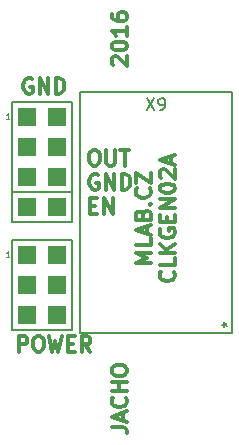
<source format=gbr>
%TF.GenerationSoftware,KiCad,Pcbnew,7.0.7-7.0.7~ubuntu23.04.1*%
%TF.CreationDate,2023-09-17T08:07:36+00:00*%
%TF.ProjectId,CLKGEN02,434c4b47-454e-4303-922e-6b696361645f,rev?*%
%TF.SameCoordinates,Original*%
%TF.FileFunction,Legend,Top*%
%TF.FilePolarity,Positive*%
%FSLAX46Y46*%
G04 Gerber Fmt 4.6, Leading zero omitted, Abs format (unit mm)*
G04 Created by KiCad (PCBNEW 7.0.7-7.0.7~ubuntu23.04.1) date 2023-09-17 08:07:36*
%MOMM*%
%LPD*%
G01*
G04 APERTURE LIST*
%ADD10C,0.300000*%
%ADD11C,0.050000*%
%ADD12C,0.150000*%
%ADD13R,1.524000X1.524000*%
G04 APERTURE END LIST*
D10*
X1569619Y9066195D02*
X1569619Y10366195D01*
X1569619Y10366195D02*
X2064857Y10366195D01*
X2064857Y10366195D02*
X2188667Y10304290D01*
X2188667Y10304290D02*
X2250572Y10242385D01*
X2250572Y10242385D02*
X2312476Y10118576D01*
X2312476Y10118576D02*
X2312476Y9932861D01*
X2312476Y9932861D02*
X2250572Y9809052D01*
X2250572Y9809052D02*
X2188667Y9747147D01*
X2188667Y9747147D02*
X2064857Y9685242D01*
X2064857Y9685242D02*
X1569619Y9685242D01*
X3117238Y10366195D02*
X3364857Y10366195D01*
X3364857Y10366195D02*
X3488667Y10304290D01*
X3488667Y10304290D02*
X3612476Y10180480D01*
X3612476Y10180480D02*
X3674381Y9932861D01*
X3674381Y9932861D02*
X3674381Y9499528D01*
X3674381Y9499528D02*
X3612476Y9251909D01*
X3612476Y9251909D02*
X3488667Y9128100D01*
X3488667Y9128100D02*
X3364857Y9066195D01*
X3364857Y9066195D02*
X3117238Y9066195D01*
X3117238Y9066195D02*
X2993429Y9128100D01*
X2993429Y9128100D02*
X2869619Y9251909D01*
X2869619Y9251909D02*
X2807715Y9499528D01*
X2807715Y9499528D02*
X2807715Y9932861D01*
X2807715Y9932861D02*
X2869619Y10180480D01*
X2869619Y10180480D02*
X2993429Y10304290D01*
X2993429Y10304290D02*
X3117238Y10366195D01*
X4107715Y10366195D02*
X4417239Y9066195D01*
X4417239Y9066195D02*
X4664858Y9994766D01*
X4664858Y9994766D02*
X4912477Y9066195D01*
X4912477Y9066195D02*
X5222001Y10366195D01*
X5717238Y9747147D02*
X6150572Y9747147D01*
X6336286Y9066195D02*
X5717238Y9066195D01*
X5717238Y9066195D02*
X5717238Y10366195D01*
X5717238Y10366195D02*
X6336286Y10366195D01*
X7636285Y9066195D02*
X7202952Y9685242D01*
X6893428Y9066195D02*
X6893428Y10366195D01*
X6893428Y10366195D02*
X7388666Y10366195D01*
X7388666Y10366195D02*
X7512476Y10304290D01*
X7512476Y10304290D02*
X7574381Y10242385D01*
X7574381Y10242385D02*
X7636285Y10118576D01*
X7636285Y10118576D02*
X7636285Y9932861D01*
X7636285Y9932861D02*
X7574381Y9809052D01*
X7574381Y9809052D02*
X7512476Y9747147D01*
X7512476Y9747147D02*
X7388666Y9685242D01*
X7388666Y9685242D02*
X6893428Y9685242D01*
X14685995Y15831904D02*
X14747900Y15770000D01*
X14747900Y15770000D02*
X14809804Y15584285D01*
X14809804Y15584285D02*
X14809804Y15460476D01*
X14809804Y15460476D02*
X14747900Y15274762D01*
X14747900Y15274762D02*
X14624090Y15150952D01*
X14624090Y15150952D02*
X14500280Y15089047D01*
X14500280Y15089047D02*
X14252661Y15027143D01*
X14252661Y15027143D02*
X14066947Y15027143D01*
X14066947Y15027143D02*
X13819328Y15089047D01*
X13819328Y15089047D02*
X13695519Y15150952D01*
X13695519Y15150952D02*
X13571709Y15274762D01*
X13571709Y15274762D02*
X13509804Y15460476D01*
X13509804Y15460476D02*
X13509804Y15584285D01*
X13509804Y15584285D02*
X13571709Y15770000D01*
X13571709Y15770000D02*
X13633614Y15831904D01*
X14809804Y17008095D02*
X14809804Y16389047D01*
X14809804Y16389047D02*
X13509804Y16389047D01*
X14809804Y17441428D02*
X13509804Y17441428D01*
X14809804Y18184285D02*
X14066947Y17627143D01*
X13509804Y18184285D02*
X14252661Y17441428D01*
X13571709Y19422381D02*
X13509804Y19298571D01*
X13509804Y19298571D02*
X13509804Y19112857D01*
X13509804Y19112857D02*
X13571709Y18927143D01*
X13571709Y18927143D02*
X13695519Y18803333D01*
X13695519Y18803333D02*
X13819328Y18741428D01*
X13819328Y18741428D02*
X14066947Y18679524D01*
X14066947Y18679524D02*
X14252661Y18679524D01*
X14252661Y18679524D02*
X14500280Y18741428D01*
X14500280Y18741428D02*
X14624090Y18803333D01*
X14624090Y18803333D02*
X14747900Y18927143D01*
X14747900Y18927143D02*
X14809804Y19112857D01*
X14809804Y19112857D02*
X14809804Y19236666D01*
X14809804Y19236666D02*
X14747900Y19422381D01*
X14747900Y19422381D02*
X14685995Y19484285D01*
X14685995Y19484285D02*
X14252661Y19484285D01*
X14252661Y19484285D02*
X14252661Y19236666D01*
X14128852Y20041428D02*
X14128852Y20474762D01*
X14809804Y20660476D02*
X14809804Y20041428D01*
X14809804Y20041428D02*
X13509804Y20041428D01*
X13509804Y20041428D02*
X13509804Y20660476D01*
X14809804Y21217618D02*
X13509804Y21217618D01*
X13509804Y21217618D02*
X14809804Y21960475D01*
X14809804Y21960475D02*
X13509804Y21960475D01*
X13509804Y22827142D02*
X13509804Y22950952D01*
X13509804Y22950952D02*
X13571709Y23074761D01*
X13571709Y23074761D02*
X13633614Y23136666D01*
X13633614Y23136666D02*
X13757423Y23198571D01*
X13757423Y23198571D02*
X14005042Y23260476D01*
X14005042Y23260476D02*
X14314566Y23260476D01*
X14314566Y23260476D02*
X14562185Y23198571D01*
X14562185Y23198571D02*
X14685995Y23136666D01*
X14685995Y23136666D02*
X14747900Y23074761D01*
X14747900Y23074761D02*
X14809804Y22950952D01*
X14809804Y22950952D02*
X14809804Y22827142D01*
X14809804Y22827142D02*
X14747900Y22703333D01*
X14747900Y22703333D02*
X14685995Y22641428D01*
X14685995Y22641428D02*
X14562185Y22579523D01*
X14562185Y22579523D02*
X14314566Y22517619D01*
X14314566Y22517619D02*
X14005042Y22517619D01*
X14005042Y22517619D02*
X13757423Y22579523D01*
X13757423Y22579523D02*
X13633614Y22641428D01*
X13633614Y22641428D02*
X13571709Y22703333D01*
X13571709Y22703333D02*
X13509804Y22827142D01*
X13633614Y23755714D02*
X13571709Y23817618D01*
X13571709Y23817618D02*
X13509804Y23941428D01*
X13509804Y23941428D02*
X13509804Y24250952D01*
X13509804Y24250952D02*
X13571709Y24374761D01*
X13571709Y24374761D02*
X13633614Y24436666D01*
X13633614Y24436666D02*
X13757423Y24498571D01*
X13757423Y24498571D02*
X13881233Y24498571D01*
X13881233Y24498571D02*
X14066947Y24436666D01*
X14066947Y24436666D02*
X14809804Y23693809D01*
X14809804Y23693809D02*
X14809804Y24498571D01*
X14438376Y24993809D02*
X14438376Y25612856D01*
X14809804Y24869999D02*
X13509804Y25303332D01*
X13509804Y25303332D02*
X14809804Y25736666D01*
X12777804Y16574761D02*
X11477804Y16574761D01*
X11477804Y16574761D02*
X12406376Y17008095D01*
X12406376Y17008095D02*
X11477804Y17441428D01*
X11477804Y17441428D02*
X12777804Y17441428D01*
X12777804Y18679523D02*
X12777804Y18060475D01*
X12777804Y18060475D02*
X11477804Y18060475D01*
X12406376Y19050952D02*
X12406376Y19669999D01*
X12777804Y18927142D02*
X11477804Y19360475D01*
X11477804Y19360475D02*
X12777804Y19793809D01*
X12096852Y20660476D02*
X12158757Y20846190D01*
X12158757Y20846190D02*
X12220661Y20908095D01*
X12220661Y20908095D02*
X12344471Y20969999D01*
X12344471Y20969999D02*
X12530185Y20969999D01*
X12530185Y20969999D02*
X12653995Y20908095D01*
X12653995Y20908095D02*
X12715900Y20846190D01*
X12715900Y20846190D02*
X12777804Y20722380D01*
X12777804Y20722380D02*
X12777804Y20227142D01*
X12777804Y20227142D02*
X11477804Y20227142D01*
X11477804Y20227142D02*
X11477804Y20660476D01*
X11477804Y20660476D02*
X11539709Y20784285D01*
X11539709Y20784285D02*
X11601614Y20846190D01*
X11601614Y20846190D02*
X11725423Y20908095D01*
X11725423Y20908095D02*
X11849233Y20908095D01*
X11849233Y20908095D02*
X11973042Y20846190D01*
X11973042Y20846190D02*
X12034947Y20784285D01*
X12034947Y20784285D02*
X12096852Y20660476D01*
X12096852Y20660476D02*
X12096852Y20227142D01*
X12653995Y21527142D02*
X12715900Y21589047D01*
X12715900Y21589047D02*
X12777804Y21527142D01*
X12777804Y21527142D02*
X12715900Y21465238D01*
X12715900Y21465238D02*
X12653995Y21527142D01*
X12653995Y21527142D02*
X12777804Y21527142D01*
X12653995Y22889047D02*
X12715900Y22827143D01*
X12715900Y22827143D02*
X12777804Y22641428D01*
X12777804Y22641428D02*
X12777804Y22517619D01*
X12777804Y22517619D02*
X12715900Y22331905D01*
X12715900Y22331905D02*
X12592090Y22208095D01*
X12592090Y22208095D02*
X12468280Y22146190D01*
X12468280Y22146190D02*
X12220661Y22084286D01*
X12220661Y22084286D02*
X12034947Y22084286D01*
X12034947Y22084286D02*
X11787328Y22146190D01*
X11787328Y22146190D02*
X11663519Y22208095D01*
X11663519Y22208095D02*
X11539709Y22331905D01*
X11539709Y22331905D02*
X11477804Y22517619D01*
X11477804Y22517619D02*
X11477804Y22641428D01*
X11477804Y22641428D02*
X11539709Y22827143D01*
X11539709Y22827143D02*
X11601614Y22889047D01*
X11477804Y23322381D02*
X11477804Y24189047D01*
X11477804Y24189047D02*
X12777804Y23322381D01*
X12777804Y23322381D02*
X12777804Y24189047D01*
X7618891Y21431147D02*
X8052225Y21431147D01*
X8237939Y20750195D02*
X7618891Y20750195D01*
X7618891Y20750195D02*
X7618891Y22050195D01*
X7618891Y22050195D02*
X8237939Y22050195D01*
X8795081Y20750195D02*
X8795081Y22050195D01*
X8795081Y22050195D02*
X9537938Y20750195D01*
X9537938Y20750195D02*
X9537938Y22050195D01*
X7866510Y26114195D02*
X8114129Y26114195D01*
X8114129Y26114195D02*
X8237939Y26052290D01*
X8237939Y26052290D02*
X8361748Y25928480D01*
X8361748Y25928480D02*
X8423653Y25680861D01*
X8423653Y25680861D02*
X8423653Y25247528D01*
X8423653Y25247528D02*
X8361748Y24999909D01*
X8361748Y24999909D02*
X8237939Y24876100D01*
X8237939Y24876100D02*
X8114129Y24814195D01*
X8114129Y24814195D02*
X7866510Y24814195D01*
X7866510Y24814195D02*
X7742701Y24876100D01*
X7742701Y24876100D02*
X7618891Y24999909D01*
X7618891Y24999909D02*
X7556987Y25247528D01*
X7556987Y25247528D02*
X7556987Y25680861D01*
X7556987Y25680861D02*
X7618891Y25928480D01*
X7618891Y25928480D02*
X7742701Y26052290D01*
X7742701Y26052290D02*
X7866510Y26114195D01*
X8980796Y26114195D02*
X8980796Y25061814D01*
X8980796Y25061814D02*
X9042701Y24938004D01*
X9042701Y24938004D02*
X9104606Y24876100D01*
X9104606Y24876100D02*
X9228415Y24814195D01*
X9228415Y24814195D02*
X9476034Y24814195D01*
X9476034Y24814195D02*
X9599844Y24876100D01*
X9599844Y24876100D02*
X9661749Y24938004D01*
X9661749Y24938004D02*
X9723653Y25061814D01*
X9723653Y25061814D02*
X9723653Y26114195D01*
X10156987Y26114195D02*
X10899844Y26114195D01*
X10528416Y24814195D02*
X10528416Y26114195D01*
X9445804Y2696666D02*
X10374376Y2696666D01*
X10374376Y2696666D02*
X10560090Y2634761D01*
X10560090Y2634761D02*
X10683900Y2510952D01*
X10683900Y2510952D02*
X10745804Y2325237D01*
X10745804Y2325237D02*
X10745804Y2201428D01*
X10374376Y3253809D02*
X10374376Y3872856D01*
X10745804Y3129999D02*
X9445804Y3563332D01*
X9445804Y3563332D02*
X10745804Y3996666D01*
X10621995Y5172856D02*
X10683900Y5110952D01*
X10683900Y5110952D02*
X10745804Y4925237D01*
X10745804Y4925237D02*
X10745804Y4801428D01*
X10745804Y4801428D02*
X10683900Y4615714D01*
X10683900Y4615714D02*
X10560090Y4491904D01*
X10560090Y4491904D02*
X10436280Y4429999D01*
X10436280Y4429999D02*
X10188661Y4368095D01*
X10188661Y4368095D02*
X10002947Y4368095D01*
X10002947Y4368095D02*
X9755328Y4429999D01*
X9755328Y4429999D02*
X9631519Y4491904D01*
X9631519Y4491904D02*
X9507709Y4615714D01*
X9507709Y4615714D02*
X9445804Y4801428D01*
X9445804Y4801428D02*
X9445804Y4925237D01*
X9445804Y4925237D02*
X9507709Y5110952D01*
X9507709Y5110952D02*
X9569614Y5172856D01*
X10745804Y5729999D02*
X9445804Y5729999D01*
X10064852Y5729999D02*
X10064852Y6472856D01*
X10745804Y6472856D02*
X9445804Y6472856D01*
X9445804Y7339523D02*
X9445804Y7587142D01*
X9445804Y7587142D02*
X9507709Y7710952D01*
X9507709Y7710952D02*
X9631519Y7834761D01*
X9631519Y7834761D02*
X9879138Y7896666D01*
X9879138Y7896666D02*
X10312471Y7896666D01*
X10312471Y7896666D02*
X10560090Y7834761D01*
X10560090Y7834761D02*
X10683900Y7710952D01*
X10683900Y7710952D02*
X10745804Y7587142D01*
X10745804Y7587142D02*
X10745804Y7339523D01*
X10745804Y7339523D02*
X10683900Y7215714D01*
X10683900Y7215714D02*
X10560090Y7091904D01*
X10560090Y7091904D02*
X10312471Y7030000D01*
X10312471Y7030000D02*
X9879138Y7030000D01*
X9879138Y7030000D02*
X9631519Y7091904D01*
X9631519Y7091904D02*
X9507709Y7215714D01*
X9507709Y7215714D02*
X9445804Y7339523D01*
X8299844Y24020290D02*
X8176034Y24082195D01*
X8176034Y24082195D02*
X7990320Y24082195D01*
X7990320Y24082195D02*
X7804606Y24020290D01*
X7804606Y24020290D02*
X7680796Y23896480D01*
X7680796Y23896480D02*
X7618891Y23772671D01*
X7618891Y23772671D02*
X7556987Y23525052D01*
X7556987Y23525052D02*
X7556987Y23339338D01*
X7556987Y23339338D02*
X7618891Y23091719D01*
X7618891Y23091719D02*
X7680796Y22967909D01*
X7680796Y22967909D02*
X7804606Y22844100D01*
X7804606Y22844100D02*
X7990320Y22782195D01*
X7990320Y22782195D02*
X8114129Y22782195D01*
X8114129Y22782195D02*
X8299844Y22844100D01*
X8299844Y22844100D02*
X8361748Y22906004D01*
X8361748Y22906004D02*
X8361748Y23339338D01*
X8361748Y23339338D02*
X8114129Y23339338D01*
X8918891Y22782195D02*
X8918891Y24082195D01*
X8918891Y24082195D02*
X9661748Y22782195D01*
X9661748Y22782195D02*
X9661748Y24082195D01*
X10280796Y22782195D02*
X10280796Y24082195D01*
X10280796Y24082195D02*
X10590320Y24082195D01*
X10590320Y24082195D02*
X10776034Y24020290D01*
X10776034Y24020290D02*
X10899844Y23896480D01*
X10899844Y23896480D02*
X10961749Y23772671D01*
X10961749Y23772671D02*
X11023653Y23525052D01*
X11023653Y23525052D02*
X11023653Y23339338D01*
X11023653Y23339338D02*
X10961749Y23091719D01*
X10961749Y23091719D02*
X10899844Y22967909D01*
X10899844Y22967909D02*
X10776034Y22844100D01*
X10776034Y22844100D02*
X10590320Y22782195D01*
X10590320Y22782195D02*
X10280796Y22782195D01*
X9569614Y33331429D02*
X9507709Y33393333D01*
X9507709Y33393333D02*
X9445804Y33517143D01*
X9445804Y33517143D02*
X9445804Y33826667D01*
X9445804Y33826667D02*
X9507709Y33950476D01*
X9507709Y33950476D02*
X9569614Y34012381D01*
X9569614Y34012381D02*
X9693423Y34074286D01*
X9693423Y34074286D02*
X9817233Y34074286D01*
X9817233Y34074286D02*
X10002947Y34012381D01*
X10002947Y34012381D02*
X10745804Y33269524D01*
X10745804Y33269524D02*
X10745804Y34074286D01*
X9445804Y34879047D02*
X9445804Y35002857D01*
X9445804Y35002857D02*
X9507709Y35126666D01*
X9507709Y35126666D02*
X9569614Y35188571D01*
X9569614Y35188571D02*
X9693423Y35250476D01*
X9693423Y35250476D02*
X9941042Y35312381D01*
X9941042Y35312381D02*
X10250566Y35312381D01*
X10250566Y35312381D02*
X10498185Y35250476D01*
X10498185Y35250476D02*
X10621995Y35188571D01*
X10621995Y35188571D02*
X10683900Y35126666D01*
X10683900Y35126666D02*
X10745804Y35002857D01*
X10745804Y35002857D02*
X10745804Y34879047D01*
X10745804Y34879047D02*
X10683900Y34755238D01*
X10683900Y34755238D02*
X10621995Y34693333D01*
X10621995Y34693333D02*
X10498185Y34631428D01*
X10498185Y34631428D02*
X10250566Y34569524D01*
X10250566Y34569524D02*
X9941042Y34569524D01*
X9941042Y34569524D02*
X9693423Y34631428D01*
X9693423Y34631428D02*
X9569614Y34693333D01*
X9569614Y34693333D02*
X9507709Y34755238D01*
X9507709Y34755238D02*
X9445804Y34879047D01*
X10745804Y36550476D02*
X10745804Y35807619D01*
X10745804Y36179047D02*
X9445804Y36179047D01*
X9445804Y36179047D02*
X9631519Y36055238D01*
X9631519Y36055238D02*
X9755328Y35931428D01*
X9755328Y35931428D02*
X9817233Y35807619D01*
X9445804Y37664761D02*
X9445804Y37417142D01*
X9445804Y37417142D02*
X9507709Y37293333D01*
X9507709Y37293333D02*
X9569614Y37231428D01*
X9569614Y37231428D02*
X9755328Y37107618D01*
X9755328Y37107618D02*
X10002947Y37045714D01*
X10002947Y37045714D02*
X10498185Y37045714D01*
X10498185Y37045714D02*
X10621995Y37107618D01*
X10621995Y37107618D02*
X10683900Y37169523D01*
X10683900Y37169523D02*
X10745804Y37293333D01*
X10745804Y37293333D02*
X10745804Y37540952D01*
X10745804Y37540952D02*
X10683900Y37664761D01*
X10683900Y37664761D02*
X10621995Y37726666D01*
X10621995Y37726666D02*
X10498185Y37788571D01*
X10498185Y37788571D02*
X10188661Y37788571D01*
X10188661Y37788571D02*
X10064852Y37726666D01*
X10064852Y37726666D02*
X10002947Y37664761D01*
X10002947Y37664761D02*
X9941042Y37540952D01*
X9941042Y37540952D02*
X9941042Y37293333D01*
X9941042Y37293333D02*
X10002947Y37169523D01*
X10002947Y37169523D02*
X10064852Y37107618D01*
X10064852Y37107618D02*
X10188661Y37045714D01*
X2711844Y32148290D02*
X2588034Y32210195D01*
X2588034Y32210195D02*
X2402320Y32210195D01*
X2402320Y32210195D02*
X2216606Y32148290D01*
X2216606Y32148290D02*
X2092796Y32024480D01*
X2092796Y32024480D02*
X2030891Y31900671D01*
X2030891Y31900671D02*
X1968987Y31653052D01*
X1968987Y31653052D02*
X1968987Y31467338D01*
X1968987Y31467338D02*
X2030891Y31219719D01*
X2030891Y31219719D02*
X2092796Y31095909D01*
X2092796Y31095909D02*
X2216606Y30972100D01*
X2216606Y30972100D02*
X2402320Y30910195D01*
X2402320Y30910195D02*
X2526129Y30910195D01*
X2526129Y30910195D02*
X2711844Y30972100D01*
X2711844Y30972100D02*
X2773748Y31034004D01*
X2773748Y31034004D02*
X2773748Y31467338D01*
X2773748Y31467338D02*
X2526129Y31467338D01*
X3330891Y30910195D02*
X3330891Y32210195D01*
X3330891Y32210195D02*
X4073748Y30910195D01*
X4073748Y30910195D02*
X4073748Y32210195D01*
X4692796Y30910195D02*
X4692796Y32210195D01*
X4692796Y32210195D02*
X5002320Y32210195D01*
X5002320Y32210195D02*
X5188034Y32148290D01*
X5188034Y32148290D02*
X5311844Y32024480D01*
X5311844Y32024480D02*
X5373749Y31900671D01*
X5373749Y31900671D02*
X5435653Y31653052D01*
X5435653Y31653052D02*
X5435653Y31467338D01*
X5435653Y31467338D02*
X5373749Y31219719D01*
X5373749Y31219719D02*
X5311844Y31095909D01*
X5311844Y31095909D02*
X5188034Y30972100D01*
X5188034Y30972100D02*
X5002320Y30910195D01*
X5002320Y30910195D02*
X4692796Y30910195D01*
D11*
X777857Y17043290D02*
X492143Y17043290D01*
X635000Y17043290D02*
X635000Y17543290D01*
X635000Y17543290D02*
X587381Y17471861D01*
X587381Y17471861D02*
X539762Y17424242D01*
X539762Y17424242D02*
X492143Y17400433D01*
X777857Y28727290D02*
X492143Y28727290D01*
X635000Y28727290D02*
X635000Y29227290D01*
X635000Y29227290D02*
X587381Y29155861D01*
X587381Y29155861D02*
X539762Y29108242D01*
X539762Y29108242D02*
X492143Y29084433D01*
D12*
X12398476Y30517180D02*
X13065142Y29517180D01*
X13065142Y30517180D02*
X12398476Y29517180D01*
X13493714Y29517180D02*
X13684190Y29517180D01*
X13684190Y29517180D02*
X13779428Y29564800D01*
X13779428Y29564800D02*
X13827047Y29612419D01*
X13827047Y29612419D02*
X13922285Y29755276D01*
X13922285Y29755276D02*
X13969904Y29945752D01*
X13969904Y29945752D02*
X13969904Y30326704D01*
X13969904Y30326704D02*
X13922285Y30421942D01*
X13922285Y30421942D02*
X13874666Y30469561D01*
X13874666Y30469561D02*
X13779428Y30517180D01*
X13779428Y30517180D02*
X13588952Y30517180D01*
X13588952Y30517180D02*
X13493714Y30469561D01*
X13493714Y30469561D02*
X13446095Y30421942D01*
X13446095Y30421942D02*
X13398476Y30326704D01*
X13398476Y30326704D02*
X13398476Y30088609D01*
X13398476Y30088609D02*
X13446095Y29993371D01*
X13446095Y29993371D02*
X13493714Y29945752D01*
X13493714Y29945752D02*
X13588952Y29898133D01*
X13588952Y29898133D02*
X13779428Y29898133D01*
X13779428Y29898133D02*
X13874666Y29945752D01*
X13874666Y29945752D02*
X13922285Y29993371D01*
X13922285Y29993371D02*
X13969904Y30088609D01*
X18771519Y11353800D02*
X19009614Y11353800D01*
X18914376Y11115705D02*
X19009614Y11353800D01*
X19009614Y11353800D02*
X18914376Y11591895D01*
X19200090Y11210943D02*
X19009614Y11353800D01*
X19009614Y11353800D02*
X19200090Y11496657D01*
%TO.C,J1*%
X1016000Y18542000D02*
X6096000Y18542000D01*
X1016000Y10922000D02*
X1016000Y18542000D01*
X6096000Y18542000D02*
X6096000Y10922000D01*
X6096000Y10922000D02*
X1016000Y10922000D01*
%TO.C,J3*%
X1016000Y30226000D02*
X6096000Y30226000D01*
X1016000Y22606000D02*
X1016000Y30226000D01*
X6096000Y30226000D02*
X6096000Y22606000D01*
X6096000Y22606000D02*
X1016000Y22606000D01*
%TO.C,X9*%
X6758000Y10628000D02*
X6758000Y31028000D01*
X19658000Y10628000D02*
X6758000Y10628000D01*
X6758000Y31028000D02*
X19658000Y31028000D01*
X19658000Y31028000D02*
X19658000Y10628000D01*
%TO.C,J2*%
X1016000Y20066000D02*
X1016000Y22606000D01*
X6096000Y20066000D02*
X1016000Y20066000D01*
X1016000Y22606000D02*
X6096000Y22606000D01*
X6096000Y22606000D02*
X6096000Y20066000D01*
%TD*%
D13*
%TO.C,J1*%
X2286000Y17272000D03*
X4826000Y17272000D03*
X2286000Y14732000D03*
X4826000Y14732000D03*
X2286000Y12192000D03*
X4826000Y12192000D03*
%TD*%
%TO.C,J3*%
X2286000Y28956000D03*
X4826000Y28956000D03*
X2286000Y26416000D03*
X4826000Y26416000D03*
X2286000Y23876000D03*
X4826000Y23876000D03*
%TD*%
%TO.C,J2*%
X2286000Y21336000D03*
X4826000Y21336000D03*
%TD*%
M02*

</source>
